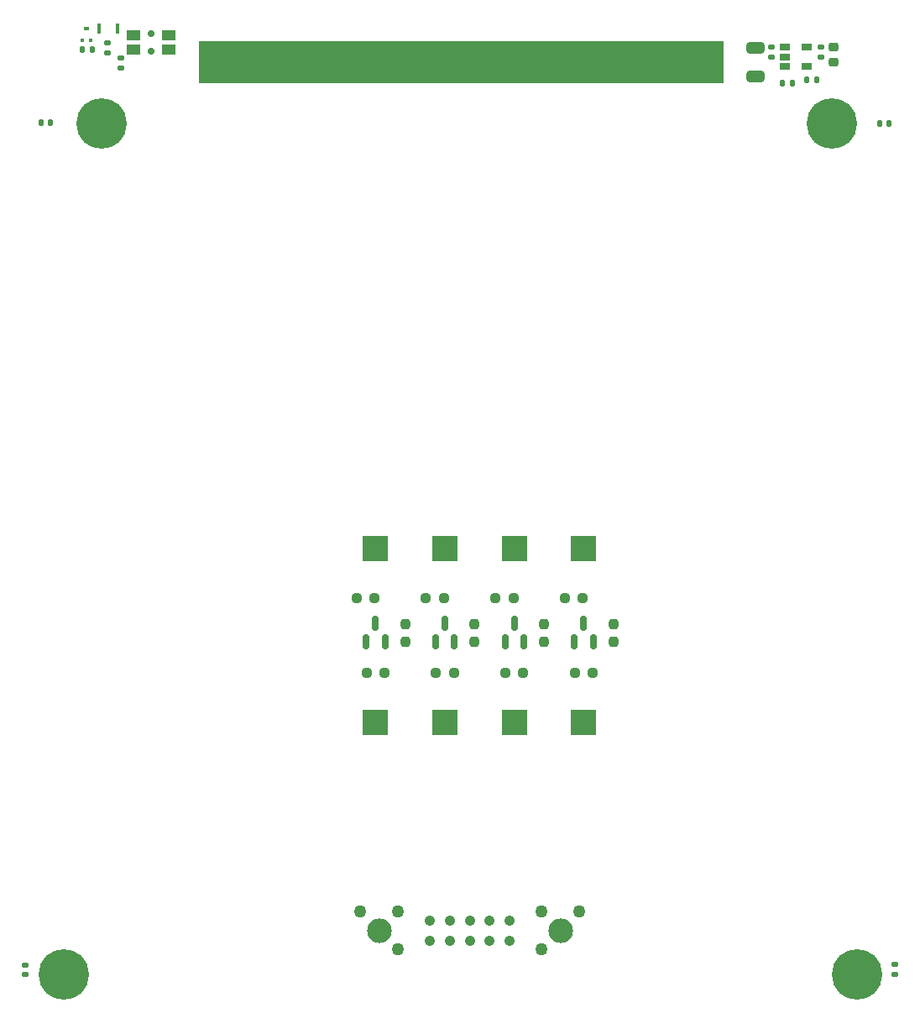
<source format=gbr>
%TF.GenerationSoftware,KiCad,Pcbnew,(6.0.1-0)*%
%TF.CreationDate,2022-02-08T16:02:55-05:00*%
%TF.ProjectId,FP Interface Card,46502049-6e74-4657-9266-616365204361,rev?*%
%TF.SameCoordinates,Original*%
%TF.FileFunction,Soldermask,Top*%
%TF.FilePolarity,Negative*%
%FSLAX46Y46*%
G04 Gerber Fmt 4.6, Leading zero omitted, Abs format (unit mm)*
G04 Created by KiCad (PCBNEW (6.0.1-0)) date 2022-02-08 16:02:55*
%MOMM*%
%LPD*%
G01*
G04 APERTURE LIST*
G04 Aperture macros list*
%AMRoundRect*
0 Rectangle with rounded corners*
0 $1 Rounding radius*
0 $2 $3 $4 $5 $6 $7 $8 $9 X,Y pos of 4 corners*
0 Add a 4 corners polygon primitive as box body*
4,1,4,$2,$3,$4,$5,$6,$7,$8,$9,$2,$3,0*
0 Add four circle primitives for the rounded corners*
1,1,$1+$1,$2,$3*
1,1,$1+$1,$4,$5*
1,1,$1+$1,$6,$7*
1,1,$1+$1,$8,$9*
0 Add four rect primitives between the rounded corners*
20,1,$1+$1,$2,$3,$4,$5,0*
20,1,$1+$1,$4,$5,$6,$7,0*
20,1,$1+$1,$6,$7,$8,$9,0*
20,1,$1+$1,$8,$9,$2,$3,0*%
%AMFreePoly0*
4,1,12,0.105238,2.379067,0.194454,2.319454,0.254067,2.230238,0.275000,2.125000,0.275000,-1.400000,-0.275000,-1.400000,-0.275000,2.125000,-0.254067,2.230238,-0.194454,2.319454,-0.105238,2.379067,0.000000,2.400000,0.105238,2.379067,0.105238,2.379067,$1*%
G04 Aperture macros list end*
%ADD10C,0.100000*%
%ADD11C,5.080000*%
%ADD12R,0.370000X1.000000*%
%ADD13C,0.700000*%
%ADD14R,1.400000X1.050000*%
%ADD15FreePoly0,0.000000*%
%ADD16RoundRect,0.140000X-0.140000X-0.170000X0.140000X-0.170000X0.140000X0.170000X-0.140000X0.170000X0*%
%ADD17RoundRect,0.140000X0.140000X0.170000X-0.140000X0.170000X-0.140000X-0.170000X0.140000X-0.170000X0*%
%ADD18RoundRect,0.140000X-0.170000X0.140000X-0.170000X-0.140000X0.170000X-0.140000X0.170000X0.140000X0*%
%ADD19RoundRect,0.225000X-0.250000X0.225000X-0.250000X-0.225000X0.250000X-0.225000X0.250000X0.225000X0*%
%ADD20RoundRect,0.250000X-0.650000X0.325000X-0.650000X-0.325000X0.650000X-0.325000X0.650000X0.325000X0*%
%ADD21R,0.400000X0.450000*%
%ADD22R,0.500000X0.450000*%
%ADD23RoundRect,0.135000X0.185000X-0.135000X0.185000X0.135000X-0.185000X0.135000X-0.185000X-0.135000X0*%
%ADD24RoundRect,0.135000X-0.135000X-0.185000X0.135000X-0.185000X0.135000X0.185000X-0.135000X0.185000X0*%
%ADD25R,1.060000X0.650000*%
%ADD26RoundRect,0.237500X0.237500X-0.250000X0.237500X0.250000X-0.237500X0.250000X-0.237500X-0.250000X0*%
%ADD27R,2.500000X2.500000*%
%ADD28RoundRect,0.150000X0.150000X-0.587500X0.150000X0.587500X-0.150000X0.587500X-0.150000X-0.587500X0*%
%ADD29RoundRect,0.237500X-0.250000X-0.237500X0.250000X-0.237500X0.250000X0.237500X-0.250000X0.237500X0*%
%ADD30C,2.490000*%
%ADD31C,1.070000*%
%ADD32C,1.270000*%
G04 APERTURE END LIST*
D10*
%TO.C,P1*%
X71483820Y94962847D02*
X18683820Y94962847D01*
X18683820Y94962847D02*
X18683820Y99162847D01*
X18683820Y99162847D02*
X71483820Y99162847D01*
X71483820Y99162847D02*
X71483820Y94962847D01*
G36*
X71483820Y94962847D02*
G01*
X18683820Y94962847D01*
X18683820Y99162847D01*
X71483820Y99162847D01*
X71483820Y94962847D01*
G37*
X71483820Y94962847D02*
X18683820Y94962847D01*
X18683820Y99162847D01*
X71483820Y99162847D01*
X71483820Y94962847D01*
%TD*%
D11*
%TO.C,H2*%
X82540000Y90810000D03*
%TD*%
%TO.C,H1*%
X8880000Y90810000D03*
%TD*%
D12*
%TO.C,D3*%
X8623778Y100375720D03*
X10483778Y100375720D03*
%TD*%
D13*
%TO.C,SW1*%
X13853770Y99925833D03*
D14*
X15653770Y99750833D03*
X15653770Y98300833D03*
D13*
X13853770Y98125833D03*
D14*
X12053770Y99750833D03*
X12053770Y98300833D03*
%TD*%
D15*
%TO.C,P1*%
X19883820Y96562847D03*
X20683820Y96562847D03*
X21483820Y96562847D03*
X22283820Y96562847D03*
X23083820Y96562847D03*
X23883820Y96562847D03*
X24683820Y96562847D03*
X25483820Y96562847D03*
X26283820Y96562847D03*
X27083820Y96562847D03*
X27883820Y96562847D03*
X28683820Y96562847D03*
X29483820Y96562847D03*
X30283820Y96562847D03*
X31083820Y96562847D03*
X31883820Y96562847D03*
X32683820Y96562847D03*
X33483820Y96562847D03*
X34283820Y96562847D03*
X35083820Y96562847D03*
X35883820Y96562847D03*
X36683820Y96562847D03*
X37483820Y96562847D03*
X38283820Y96562847D03*
X39083820Y96562847D03*
X39883820Y96562847D03*
X40683820Y96562847D03*
X41483820Y96562847D03*
X42283820Y96562847D03*
X43083820Y96562847D03*
X43883820Y96562847D03*
X44683820Y96562847D03*
X48683820Y96562847D03*
X49483820Y96562847D03*
X50283820Y96562847D03*
X51083820Y96562847D03*
X51883820Y96562847D03*
X52683820Y96562847D03*
X53483820Y96562847D03*
X54283820Y96562847D03*
X55083820Y96562847D03*
X55883820Y96562847D03*
X56683820Y96562847D03*
X57483820Y96562847D03*
X58283820Y96562847D03*
X59083820Y96562847D03*
X59883820Y96562847D03*
X60683820Y96562847D03*
X61483820Y96562847D03*
X62283820Y96562847D03*
X63083820Y96562847D03*
X63883820Y96562847D03*
X64683820Y96562847D03*
X65483820Y96562847D03*
X66283820Y96562847D03*
X67083820Y96562847D03*
X67883820Y96562847D03*
X68683820Y96562847D03*
X69483820Y96562847D03*
X70283820Y96562847D03*
%TD*%
D16*
%TO.C,C7*%
X2758500Y90932000D03*
X3718500Y90932000D03*
%TD*%
D17*
%TO.C,C8*%
X88300500Y90805000D03*
X87340500Y90805000D03*
%TD*%
D18*
%TO.C,C9*%
X88900000Y6068000D03*
X88900000Y5108000D03*
%TD*%
%TO.C,C10*%
X1143000Y6004500D03*
X1143000Y5044500D03*
%TD*%
D19*
%TO.C,C3*%
X82702400Y98539600D03*
X82702400Y96989600D03*
%TD*%
D18*
%TO.C,C4*%
X81407000Y98524000D03*
X81407000Y97564000D03*
%TD*%
%TO.C,C1*%
X76428600Y98524000D03*
X76428600Y97564000D03*
%TD*%
D20*
%TO.C,C2*%
X74803000Y98503000D03*
X74803000Y95553000D03*
%TD*%
D11*
%TO.C,H3*%
X85080000Y5080000D03*
%TD*%
%TO.C,H4*%
X5080000Y5080000D03*
%TD*%
D21*
%TO.C,Q7*%
X6940600Y99221600D03*
X7740600Y99221600D03*
D22*
X7340600Y100371600D03*
%TD*%
D23*
%TO.C,R24*%
X10795000Y96454500D03*
X10795000Y97474500D03*
%TD*%
D24*
%TO.C,R22*%
X6932200Y98272600D03*
X7952200Y98272600D03*
%TD*%
D23*
%TO.C,R18*%
X9423400Y97991200D03*
X9423400Y99011200D03*
%TD*%
D24*
%TO.C,R13*%
X77493400Y94869000D03*
X78513400Y94869000D03*
%TD*%
D25*
%TO.C,U1*%
X77817800Y98511400D03*
X77817800Y97561400D03*
X77817800Y96611400D03*
X80017800Y96611400D03*
X80017800Y98511400D03*
%TD*%
D24*
%TO.C,R14*%
X80008000Y95250000D03*
X81028000Y95250000D03*
%TD*%
D26*
%TO.C,R12*%
X60500000Y38587500D03*
X60500000Y40412500D03*
%TD*%
D27*
%TO.C,TP8*%
X57500000Y30500000D03*
%TD*%
D28*
%TO.C,Q4*%
X56550000Y38562500D03*
X58450000Y38562500D03*
X57500000Y40437500D03*
%TD*%
D27*
%TO.C,TP5*%
X50500000Y48000000D03*
%TD*%
D29*
%TO.C,R9*%
X55587500Y43000000D03*
X57412500Y43000000D03*
%TD*%
D28*
%TO.C,Q3*%
X42550000Y38562500D03*
X44450000Y38562500D03*
X43500000Y40437500D03*
%TD*%
D27*
%TO.C,TP2*%
X36500000Y48000000D03*
%TD*%
D29*
%TO.C,R3*%
X48587500Y43000000D03*
X50412500Y43000000D03*
%TD*%
D28*
%TO.C,Q2*%
X49550000Y38562500D03*
X51450000Y38562500D03*
X50500000Y40437500D03*
%TD*%
%TO.C,Q1*%
X35550000Y38562500D03*
X37450000Y38562500D03*
X36500000Y40437500D03*
%TD*%
D27*
%TO.C,TP3*%
X43500000Y30500000D03*
%TD*%
D29*
%TO.C,R10*%
X56587500Y35500000D03*
X58412500Y35500000D03*
%TD*%
D26*
%TO.C,R11*%
X46500000Y38587500D03*
X46500000Y40412500D03*
%TD*%
D27*
%TO.C,TP7*%
X50500000Y30500000D03*
%TD*%
D29*
%TO.C,R7*%
X41587500Y43000000D03*
X43412500Y43000000D03*
%TD*%
D27*
%TO.C,TP6*%
X57500000Y48000000D03*
%TD*%
D29*
%TO.C,R8*%
X42587500Y35500000D03*
X44412500Y35500000D03*
%TD*%
D27*
%TO.C,TP4*%
X36500000Y30500000D03*
%TD*%
D29*
%TO.C,R4*%
X49587500Y35500000D03*
X51412500Y35500000D03*
%TD*%
%TO.C,R2*%
X35587500Y35500000D03*
X37412500Y35500000D03*
%TD*%
D30*
%TO.C,J1*%
X55145010Y9499999D03*
X36855010Y9499999D03*
D31*
X42000010Y8499999D03*
X42000010Y10499999D03*
X44000010Y8499999D03*
X44000010Y10499999D03*
X46000010Y8499999D03*
X46000010Y10499999D03*
X48000010Y8499999D03*
X48000010Y10499999D03*
X50000010Y8499999D03*
X50000010Y10499999D03*
D32*
X53240010Y11404999D03*
X53240010Y7594999D03*
X57050010Y11404999D03*
X38760010Y11404999D03*
X34950010Y11404999D03*
X38760010Y7594999D03*
%TD*%
D29*
%TO.C,R1*%
X34587500Y43000000D03*
X36412500Y43000000D03*
%TD*%
D27*
%TO.C,TP1*%
X43500000Y48000000D03*
%TD*%
D26*
%TO.C,R6*%
X53500000Y38587500D03*
X53500000Y40412500D03*
%TD*%
%TO.C,R5*%
X39500000Y38587500D03*
X39500000Y40412500D03*
%TD*%
M02*

</source>
